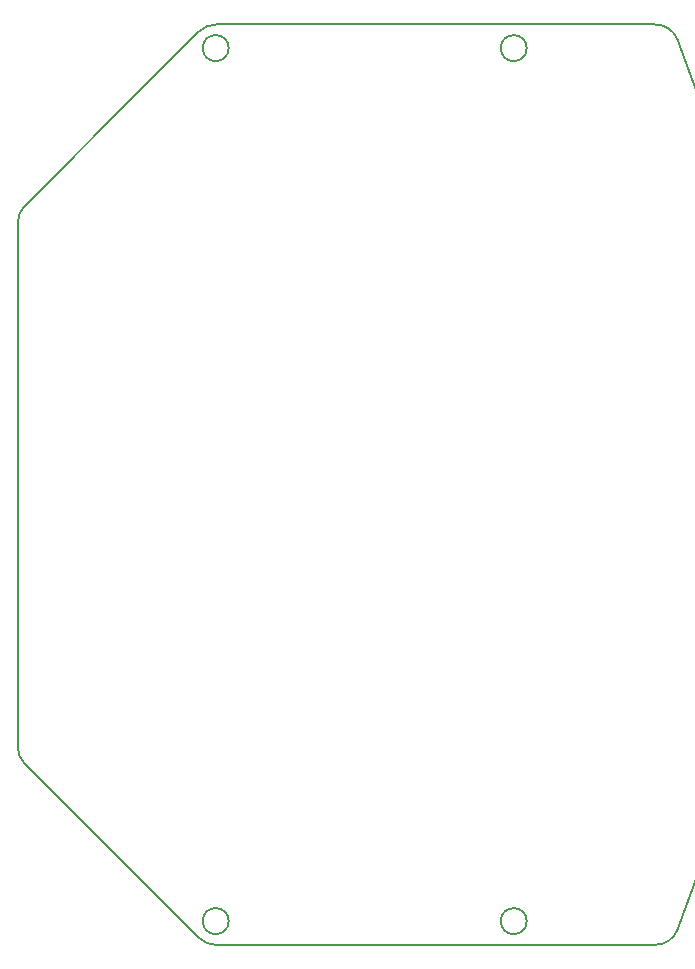
<source format=gbr>
%TF.GenerationSoftware,KiCad,Pcbnew,7.0.9*%
%TF.CreationDate,2024-06-22T14:47:38+09:00*%
%TF.ProjectId,Drive,44726976-652e-46b6-9963-61645f706362,rev?*%
%TF.SameCoordinates,Original*%
%TF.FileFunction,Profile,NP*%
%FSLAX46Y46*%
G04 Gerber Fmt 4.6, Leading zero omitted, Abs format (unit mm)*
G04 Created by KiCad (PCBNEW 7.0.9) date 2024-06-22 14:47:38*
%MOMM*%
%LPD*%
G01*
G04 APERTURE LIST*
%TA.AperFunction,Profile*%
%ADD10C,0.200000*%
%TD*%
G04 APERTURE END LIST*
D10*
X166177298Y-125276014D02*
G75*
G03*
X166177298Y-49898174I-95856897J37688920D01*
G01*
X120955109Y-53922947D02*
X110906185Y-63971870D01*
X110320399Y-65386084D02*
X110320399Y-109788104D01*
X149975979Y-126544188D02*
X164316000Y-126544190D01*
X125662282Y-125958394D02*
G75*
G03*
X127076485Y-126544190I1414218J1414194D01*
G01*
X149975979Y-48630000D02*
X127076483Y-48630000D01*
X128176485Y-124544190D02*
G75*
G03*
X128176485Y-124544190I-1100000J0D01*
G01*
X110906185Y-111202318D02*
X125662272Y-125958404D01*
X166177300Y-49898174D02*
G75*
G03*
X164316000Y-48629998I-1861300J-731826D01*
G01*
X164316000Y-48629998D02*
X149975979Y-48630000D01*
X125662270Y-49215786D02*
X120955109Y-53922947D01*
X127076483Y-48629989D02*
G75*
G03*
X125662271Y-49215787I17J-2000011D01*
G01*
X110906193Y-63971878D02*
G75*
G03*
X110320399Y-65386084I1414207J-1414222D01*
G01*
X127076485Y-126544190D02*
X149975979Y-126544188D01*
X128176483Y-50630000D02*
G75*
G03*
X128176483Y-50630000I-1100000J0D01*
G01*
X110320396Y-109788104D02*
G75*
G03*
X110906185Y-111202318I2000004J4D01*
G01*
X153416000Y-124544190D02*
G75*
G03*
X153416000Y-124544190I-1100000J0D01*
G01*
X153416000Y-50629998D02*
G75*
G03*
X153416000Y-50629998I-1100000J0D01*
G01*
X164316000Y-126544196D02*
G75*
G03*
X166177299Y-125276014I0J1999996D01*
G01*
M02*

</source>
